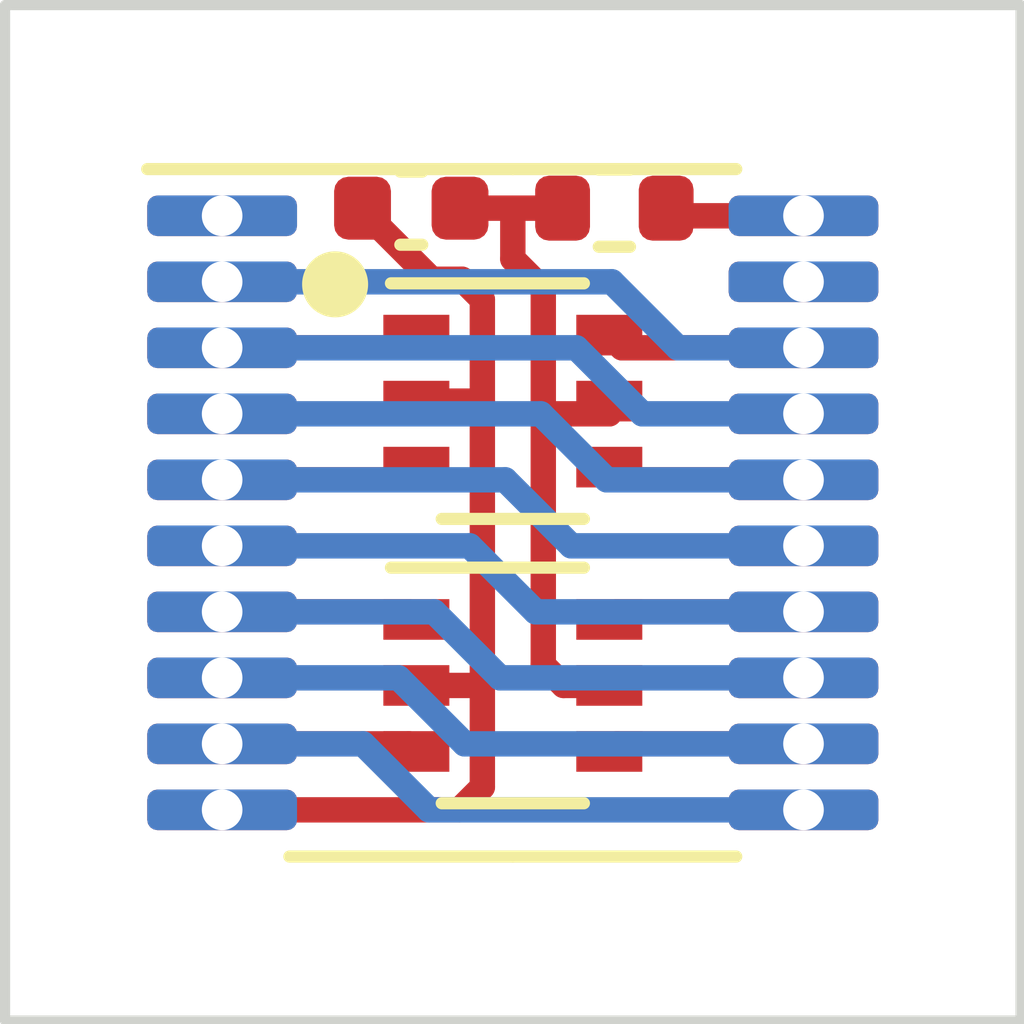
<source format=kicad_pcb>
(kicad_pcb (version 20221018) (generator pcbnew)
  (title_block (title "${title}") (rev "${revision}") (company "${company}") (comment 1 "author: ${author}") (comment 2 "pid: ${pid}"))
  (layers (0 "F.Cu" signal) (31 "B.Cu" signal) (34 "B.Paste" user) (35 "F.Paste" user) (36 "B.SilkS" user "B.Silkscreen") (37 "F.SilkS" user "F.Silkscreen") (38 "B.Mask" user) (39 "F.Mask" user) (44 "Edge.Cuts" user))
  (property "author" "Author Name")
  (property "company" "Company Name")
  (property "pid" "project id")
  (property "revision" "0.1.0")
  (property "title" "Project Name")
  (net 0 "")
  (net 1 "Net-(C1-Pad1)")
  (net 2 "GND")
  (net 3 "VCC")
  (net 4 "/D1")
  (net 5 "/D3")
  (net 6 "/D2")
  (net 7 "/D0")
  (net 8 "/D5")
  (net 9 "/D7")
  (net 10 "/D6")
  (net 11 "/D4")
  (footprint "Package_TO_SOT_SMD:SOT-363_SC-70-6" (layer "F.Cu") (at 187 110.9)
    (fp_text reference "U2" hide)
    (fp_text value "NUP4202")
    (fp_line (start -0.7 1.16) (end 0.7 1.16) (stroke (width 0.12)) (layer "F.SilkS"))
    (fp_line (start 0.7 -1.16) (end -1.2 -1.16) (stroke (width 0.12)) (layer "F.SilkS"))
    (pad "1" smd rect (at -0.95 -0.65) (size 0.65 0.4) (layers "F.Cu" "F.Paste" "F.Mask") (net 4 "/D1"))
    (pad "2" smd rect (at -0.95 0) (size 0.65 0.4) (layers "F.Cu" "F.Paste" "F.Mask") (net 2 "GND"))
    (pad "3" smd rect (at -0.95 0.65) (size 0.65 0.4) (layers "F.Cu" "F.Paste" "F.Mask") (net 5 "/D3"))
    (pad "4" smd rect (at 0.95 0.65) (size 0.65 0.4) (layers "F.Cu" "F.Paste" "F.Mask") (net 6 "/D2"))
    (pad "5" smd rect (at 0.95 0) (size 0.65 0.4) (layers "F.Cu" "F.Paste" "F.Mask") (net 1 "Net-(C1-Pad1)"))
    (pad "6" smd rect (at 0.95 -0.65) (size 0.65 0.4) (layers "F.Cu" "F.Paste" "F.Mask") (net 7 "/D0"))
  )
  (footprint "Capacitor_SMD:C_0402_1005Metric" (layer "F.Cu") (at 186 109 180)
    (fp_text reference "C1" hide)
    (fp_text value "C")
    (fp_line (start -0.107836 -0.36) (end 0.107836 -0.36) (stroke (width 0.12)) (layer "F.SilkS"))
    (fp_line (start -0.107836 0.36) (end 0.107836 0.36) (stroke (width 0.12)) (layer "F.SilkS"))
    (pad "1" smd roundrect (at -0.48 0 180) (size 0.56 0.62) (layers "F.Cu" "F.Paste" "F.Mask") (net 1 "Net-(C1-Pad1)"))
    (pad "2" smd roundrect (at 0.48 0 180) (size 0.56 0.62) (layers "F.Cu" "F.Paste" "F.Mask") (net 2 "GND"))
  )
  (footprint "Package_TO_SOT_SMD:SOT-363_SC-70-6" (layer "F.Cu") (at 187 113.7)
    (fp_text reference "U3" hide)
    (fp_text value "NUP4202")
    (fp_line (start -0.7 1.16) (end 0.7 1.16) (stroke (width 0.12)) (layer "F.SilkS"))
    (fp_line (start 0.7 -1.16) (end -1.2 -1.16) (stroke (width 0.12)) (layer "F.SilkS"))
    (pad "1" smd rect (at -0.95 -0.65) (size 0.65 0.4) (layers "F.Cu" "F.Paste" "F.Mask") (net 8 "/D5"))
    (pad "2" smd rect (at -0.95 0) (size 0.65 0.4) (layers "F.Cu" "F.Paste" "F.Mask") (net 2 "GND"))
    (pad "3" smd rect (at -0.95 0.65) (size 0.65 0.4) (layers "F.Cu" "F.Paste" "F.Mask") (net 9 "/D7"))
    (pad "4" smd rect (at 0.95 0.65) (size 0.65 0.4) (layers "F.Cu" "F.Paste" "F.Mask") (net 10 "/D6"))
    (pad "5" smd rect (at 0.95 0) (size 0.65 0.4) (layers "F.Cu" "F.Paste" "F.Mask") (net 1 "Net-(C1-Pad1)"))
    (pad "6" smd rect (at 0.95 -0.65) (size 0.65 0.4) (layers "F.Cu" "F.Paste" "F.Mask") (net 11 "/D4"))
  )
  (footprint "Package_SO:TSSOP-20_4.4x6.5mm_P0.65mm" (layer "F.Cu") (at 187 112)
    (fp_text reference "U1" hide)
    (fp_text value "74HC245")
    (fp_line (start 0 -3.385) (end -3.6 -3.385) (stroke (width 0.12)) (layer "F.SilkS"))
    (fp_line (start 0 -3.385) (end 2.2 -3.385) (stroke (width 0.12)) (layer "F.SilkS"))
    (fp_line (start 0 3.385) (end -2.2 3.385) (stroke (width 0.12)) (layer "F.SilkS"))
    (fp_line (start 0 3.385) (end 2.2 3.385) (stroke (width 0.12)) (layer "F.SilkS"))
    (pad "1" thru_hole roundrect (at -2.8625 -2.925) (size 1.475 0.4) (drill 0.4) (layers "*.Cu" "*.Mask"))
    (pad "2" thru_hole roundrect (at -2.8625 -2.275) (size 1.475 0.4) (drill 0.4) (layers "*.Cu" "*.Mask") (net 7 "/D0"))
    (pad "3" thru_hole roundrect (at -2.8625 -1.625) (size 1.475 0.4) (drill 0.4) (layers "*.Cu" "*.Mask") (net 4 "/D1"))
    (pad "4" thru_hole roundrect (at -2.8625 -0.975) (size 1.475 0.4) (drill 0.4) (layers "*.Cu" "*.Mask") (net 6 "/D2"))
    (pad "5" thru_hole roundrect (at -2.8625 -0.325) (size 1.475 0.4) (drill 0.4) (layers "*.Cu" "*.Mask") (net 5 "/D3"))
    (pad "6" thru_hole roundrect (at -2.8625 0.325) (size 1.475 0.4) (drill 0.4) (layers "*.Cu" "*.Mask") (net 11 "/D4"))
    (pad "7" thru_hole roundrect (at -2.8625 0.975) (size 1.475 0.4) (drill 0.4) (layers "*.Cu" "*.Mask") (net 8 "/D5"))
    (pad "8" thru_hole roundrect (at -2.8625 1.625) (size 1.475 0.4) (drill 0.4) (layers "*.Cu" "*.Mask") (net 10 "/D6"))
    (pad "9" thru_hole roundrect (at -2.8625 2.275) (size 1.475 0.4) (drill 0.4) (layers "*.Cu" "*.Mask") (net 9 "/D7"))
    (pad "10" thru_hole roundrect (at -2.8625 2.925) (size 1.475 0.4) (drill 0.4) (layers "*.Cu" "*.Mask") (net 2 "GND"))
    (pad "11" thru_hole roundrect (at 2.8625 2.925) (size 1.475 0.4) (drill 0.4) (layers "*.Cu" "*.Mask") (net 9 "/D7"))
    (pad "12" thru_hole roundrect (at 2.8625 2.275) (size 1.475 0.4) (drill 0.4) (layers "*.Cu" "*.Mask") (net 10 "/D6"))
    (pad "13" thru_hole roundrect (at 2.8625 1.625) (size 1.475 0.4) (drill 0.4) (layers "*.Cu" "*.Mask") (net 8 "/D5"))
    (pad "14" thru_hole roundrect (at 2.8625 0.975) (size 1.475 0.4) (drill 0.4) (layers "*.Cu" "*.Mask") (net 11 "/D4"))
    (pad "15" thru_hole roundrect (at 2.8625 0.325) (size 1.475 0.4) (drill 0.4) (layers "*.Cu" "*.Mask") (net 5 "/D3"))
    (pad "16" thru_hole roundrect (at 2.8625 -0.325) (size 1.475 0.4) (drill 0.4) (layers "*.Cu" "*.Mask") (net 6 "/D2"))
    (pad "17" thru_hole roundrect (at 2.8625 -0.975) (size 1.475 0.4) (drill 0.4) (layers "*.Cu" "*.Mask") (net 4 "/D1"))
    (pad "18" thru_hole roundrect (at 2.8625 -1.625) (size 1.475 0.4) (drill 0.4) (layers "*.Cu" "*.Mask") (net 7 "/D0"))
    (pad "19" thru_hole roundrect (at 2.8625 -2.275) (size 1.475 0.4) (drill 0.4) (layers "*.Cu" "*.Mask"))
    (pad "20" thru_hole roundrect (at 2.8625 -2.925) (size 1.475 0.4) (drill 0.4) (layers "*.Cu" "*.Mask") (net 3 "VCC"))
  )
  (footprint "Resistor_SMD:R_0402_1005Metric" (layer "F.Cu") (at 188 109 180)
    (fp_text reference "R1" hide)
    (fp_text value "R")
    (fp_line (start -0.153641 -0.38) (end 0.153641 -0.38) (stroke (width 0.12)) (layer "F.SilkS"))
    (fp_line (start -0.153641 0.38) (end 0.153641 0.38) (stroke (width 0.12)) (layer "F.SilkS"))
    (pad "1" smd roundrect (at -0.51 0 180) (size 0.54 0.64) (layers "F.Cu" "F.Paste" "F.Mask") (net 3 "VCC"))
    (pad "2" smd roundrect (at 0.51 0 180) (size 0.54 0.64) (layers "F.Cu" "F.Paste" "F.Mask") (net 1 "Net-(C1-Pad1)"))
  )
  (gr_circle (center 185.25 109.75) (end 185.5 109.75) (stroke (width 0.15)) (fill solid) (layer "F.SilkS"))
  (gr_line (start 192 107) (end 182 107) (stroke (width 0.1)) (layer "Edge.Cuts"))
  (gr_line (start 182 107) (end 182 117) (stroke (width 0.1)) (layer "Edge.Cuts"))
  (gr_line (start 192 117) (end 192 107) (stroke (width 0.1)) (layer "Edge.Cuts"))
  (gr_line (start 182 117) (end 192 117) (stroke (width 0.1)) (layer "Edge.Cuts"))
  (segment (start 187.95 111.025) (end 187.95 110.9) (width 0.25) (layer "F.Cu") (net 1))
  (segment (start 186.48 109) (end 187 109) (width 0.25) (layer "F.Cu") (net 1))
  (segment (start 187 109) (end 187.49 109) (width 0.25) (layer "F.Cu") (net 1))
  (segment (start 187 109.5) (end 187.3 109.8) (width 0.25) (layer "F.Cu") (net 1))
  (segment (start 187.95 113.7) (end 187.5 113.7) (width 0.25) (layer "F.Cu") (net 1))
  (segment (start 187.5 113.7) (end 187.3 113.5) (width 0.25) (layer "F.Cu") (net 1))
  (segment (start 187.3 111.025) (end 187.95 111.025) (width 0.25) (layer "F.Cu") (net 1))
  (segment (start 187.3 113.5) (end 187.3 111.025) (width 0.25) (layer "F.Cu") (net 1))
  (segment (start 187 109) (end 187 109.5) (width 0.25) (layer "F.Cu") (net 1))
  (segment (start 187.3 109.8) (end 187.3 111.025) (width 0.25) (layer "F.Cu") (net 1))
  (segment (start 186.7 113.7) (end 186.05 113.7) (width 0.25) (layer "F.Cu") (net 2))
  (segment (start 186.7 113.7) (end 186.7 110.9) (width 0.25) (layer "F.Cu") (net 2))
  (segment (start 186.7 110.9) (end 186.05 110.9) (width 0.25) (layer "F.Cu") (net 2))
  (segment (start 184.1375 114.925) (end 186.475 114.925) (width 0.25) (layer "F.Cu") (net 2))
  (segment (start 186.7 114.7) (end 186.7 113.7) (width 0.25) (layer "F.Cu") (net 2))
  (segment (start 186.475 114.925) (end 186.7 114.7) (width 0.25) (layer "F.Cu") (net 2))
  (segment (start 186.7 109.9) (end 186.7 110.9) (width 0.25) (layer "F.Cu") (net 2))
  (segment (start 186.5 109.7) (end 186.7 109.9) (width 0.25) (layer "F.Cu") (net 2))
  (segment (start 186.2 109.7) (end 186.5 109.7) (width 0.25) (layer "F.Cu") (net 2))
  (segment (start 185.52 109) (end 185.52 109.02) (width 0.25) (layer "F.Cu") (net 2))
  (segment (start 185.52 109.02) (end 186.2 109.7) (width 0.25) (layer "F.Cu") (net 2))
  (segment (start 188.585 109.075) (end 188.51 109) (width 0.25) (layer "F.Cu") (net 3))
  (segment (start 189.8625 109.075) (end 188.585 109.075) (width 0.25) (layer "F.Cu") (net 3))
  (segment (start 184.1375 110.375) (end 185.925 110.375) (width 0.25) (layer "F.Cu") (net 4))
  (segment (start 185.925 110.375) (end 186.05 110.25) (width 0.25) (layer "F.Cu") (net 4))
  (segment (start 188.275 111.025) (end 189.8625 111.025) (width 0.25) (layer "B.Cu") (net 4))
  (segment (start 187.625 110.375) (end 188.275 111.025) (width 0.25) (layer "B.Cu") (net 4))
  (segment (start 184.1375 110.375) (end 187.625 110.375) (width 0.25) (layer "B.Cu") (net 4))
  (segment (start 184.1375 111.675) (end 185.925 111.675) (width 0.25) (layer "F.Cu") (net 5))
  (segment (start 185.925 111.675) (end 186.05 111.55) (width 0.25) (layer "F.Cu") (net 5))
  (segment (start 187.575 112.325) (end 189.8625 112.325) (width 0.25) (layer "B.Cu") (net 5))
  (segment (start 184.1375 111.675) (end 186.925 111.675) (width 0.25) (layer "B.Cu") (net 5))
  (segment (start 186.925 111.675) (end 187.575 112.325) (width 0.25) (layer "B.Cu") (net 5))
  (segment (start 189.8625 111.675) (end 188.075 111.675) (width 0.25) (layer "F.Cu") (net 6))
  (segment (start 188.075 111.675) (end 187.95 111.55) (width 0.25) (layer "F.Cu") (net 6))
  (segment (start 187.925 111.675) (end 189.8625 111.675) (width 0.25) (layer "B.Cu") (net 6))
  (segment (start 184.1375 111.025) (end 187.275 111.025) (width 0.25) (layer "B.Cu") (net 6))
  (segment (start 187.275 111.025) (end 187.925 111.675) (width 0.25) (layer "B.Cu") (net 6))
  (segment (start 189.8625 110.375) (end 188.075 110.375) (width 0.25) (layer "F.Cu") (net 7))
  (segment (start 188.075 110.375) (end 187.95 110.25) (width 0.25) (layer "F.Cu") (net 7))
  (segment (start 184.1375 109.725) (end 187.975 109.725) (width 0.25) (layer "B.Cu") (net 7))
  (segment (start 187.975 109.725) (end 188.625 110.375) (width 0.25) (layer "B.Cu") (net 7))
  (segment (start 188.625 110.375) (end 189.8625 110.375) (width 0.25) (layer "B.Cu") (net 7))
  (segment (start 184.1375 112.975) (end 185.975 112.975) (width 0.25) (layer "F.Cu") (net 8))
  (segment (start 185.975 112.975) (end 186.05 113.05) (width 0.25) (layer "F.Cu") (net 8))
  (segment (start 186.875 113.625) (end 189.8625 113.625) (width 0.25) (layer "B.Cu") (net 8))
  (segment (start 184.1375 112.975) (end 186.225 112.975) (width 0.25) (layer "B.Cu") (net 8))
  (segment (start 186.225 112.975) (end 186.875 113.625) (width 0.25) (layer "B.Cu") (net 8))
  (segment (start 185.975 114.275) (end 186.05 114.35) (width 0.25) (layer "F.Cu") (net 9))
  (segment (start 184.1375 114.275) (end 185.975 114.275) (width 0.25) (layer "F.Cu") (net 9))
  (segment (start 184.1375 114.275) (end 185.525 114.275) (width 0.25) (layer "B.Cu") (net 9))
  (segment (start 186.175 114.925) (end 189.8625 114.925) (width 0.25) (layer "B.Cu") (net 9))
  (segment (start 185.525 114.275) (end 186.175 114.925) (width 0.25) (layer "B.Cu") (net 9))
  (segment (start 189.8625 114.275) (end 188.025 114.275) (width 0.25) (layer "F.Cu") (net 10))
  (segment (start 188.025 114.275) (end 187.95 114.35) (width 0.25) (layer "F.Cu") (net 10))
  (segment (start 186.525 114.275) (end 189.8625 114.275) (width 0.25) (layer "B.Cu") (net 10))
  (segment (start 184.1375 113.625) (end 185.875 113.625) (width 0.25) (layer "B.Cu") (net 10))
  (segment (start 185.875 113.625) (end 186.525 114.275) (width 0.25) (layer "B.Cu") (net 10))
  (segment (start 189.8625 112.975) (end 188.025 112.975) (width 0.25) (layer "F.Cu") (net 11))
  (segment (start 188.025 112.975) (end 187.95 113.05) (width 0.25) (layer "F.Cu") (net 11))
  (segment (start 186.575 112.325) (end 187.225 112.975) (width 0.25) (layer "B.Cu") (net 11))
  (segment (start 187.225 112.975) (end 189.8625 112.975) (width 0.25) (layer "B.Cu") (net 11))
  (segment (start 184.1375 112.325) (end 186.575 112.325) (width 0.25) (layer "B.Cu") (net 11))
)
</source>
